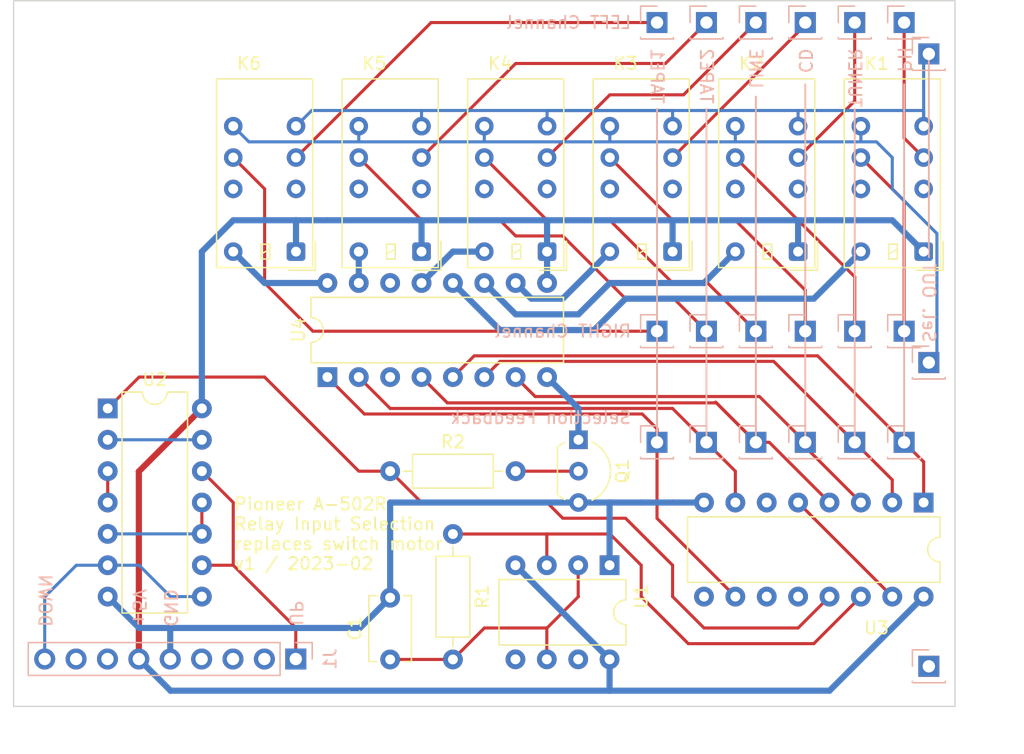
<source format=kicad_pcb>
(kicad_pcb (version 20211014) (generator pcbnew)
  (title_block (title "A-502R input selection") (date "2023-02-22") (rev "v0.1"))
  (layers (0 "F.Cu" signal) (31 "B.Cu" signal) (34 "B.Paste" user) (35 "F.Paste" user) (36 "B.SilkS" user "B.Silkscreen") (37 "F.SilkS" user "F.Silkscreen") (38 "B.Mask" user) (39 "F.Mask" user) (44 "Edge.Cuts" user))
  (net 0 "")
  (net 24 "+5V")
  (net 25 "GNDREF")
  (net 26 "Net-(U3-Pad15)")
  (net 27 "Net-(C1-Pad1)")
  (net 28 "Net-(J1-Pad1)")
  (net 29 "Net-(Q1-Pad2)")
  (net 30 "Net-(J1-Pad9)")
  (net 31 "Net-(U2-Pad13)")
  (net 32 "Net-(J2-Pad1)")
  (net 33 "Net-(J3-Pad1)")
  (net 34 "Net-(J9-Pad1)")
  (net 35 "Net-(J4-Pad1)")
  (net 36 "Net-(J16-Pad1)")
  (net 37 "Net-(J5-Pad1)")
  (net 38 "Net-(J6-Pad1)")
  (net 39 "Net-(J7-Pad1)")
  (net 40 "Net-(J8-Pad1)")
  (net 41 "Net-(J10-Pad1)")
  (net 42 "Net-(J11-Pad1)")
  (net 43 "Net-(J12-Pad1)")
  (net 44 "Net-(J14-Pad1)")
  (net 45 "Net-(J15-Pad1)")
  (net 46 "Net-(J21-Pad1)")
  (net 47 "Net-(K1-Pad12)")
  (net 48 "Net-(K2-Pad12)")
  (net 49 "Net-(K3-Pad12)")
  (net 50 "Net-(K4-Pad12)")
  (net 51 "Net-(K5-Pad12)")
  (net 52 "Net-(J13-Pad1)")
  (net 53 "Net-(J17-Pad1)")
  (net 54 "Net-(J18-Pad1)")
  (net 55 "Net-(J19-Pad1)")
  (net 56 "Net-(J20-Pad1)")
  (net 57 "Net-(K6-Pad12)")
  (net 58 "Net-(Q1-Pad1)")
  (net 59 "Net-(R1-Pad1)")
  (net 60 "Net-(R2-Pad1)")
  (net 61 "Net-(U2-Pad3)")
  (net 62 "Net-(U2-Pad10)")
  (footprint "Relay_THT:Relay_DPDT_Kemet_EC2" (layer "F.Cu") (at 124.46 137.16 180)
    (fp_text reference "K1" (at 3.81 15.24) (layer "F.SilkS"))
    (fp_text value "EC2-4.5NU")
    (pad "1" thru_hole roundrect (at 0 0 180) (size 1.5 1.5) (drill 0.8) (layers *.Cu *.Mask) (roundrect_rratio 0.167) (net 24 "+5V"))
    (pad "3" thru_hole circle (at 0 5.08 180) (size 1.5 1.5) (drill 0.8) (layers *.Cu *.Mask))
    (pad "4" thru_hole circle (at 0 7.62 180) (size 1.5 1.5) (drill 0.8) (layers *.Cu *.Mask) (net 56 "Net-(J20-Pad1)"))
    (pad "5" thru_hole circle (at 0 10.16 180) (size 1.5 1.5) (drill 0.8) (layers *.Cu *.Mask) (net 46 "Net-(J21-Pad1)"))
    (pad "8" thru_hole circle (at 5.08 10.16 180) (size 1.5 1.5) (drill 0.8) (layers *.Cu *.Mask) (net 44 "Net-(J14-Pad1)"))
    (pad "9" thru_hole circle (at 5.08 7.62 180) (size 1.5 1.5) (drill 0.8) (layers *.Cu *.Mask) (net 52 "Net-(J13-Pad1)"))
    (pad "10" thru_hole circle (at 5.08 5.08 180) (size 1.5 1.5) (drill 0.8) (layers *.Cu *.Mask))
    (pad "12" thru_hole circle (at 5.08 0 180) (size 1.5 1.5) (drill 0.8) (layers *.Cu *.Mask) (net 47 "Net-(K1-Pad12)"))
  )
  (footprint "Package_DIP:DIP-16_W7.62mm" (layer "F.Cu") (at 124.46 157.48 -90)
    (fp_text reference "U3" (at 10.16 3.81 180) (layer "F.SilkS"))
    (fp_text value "4017")
    (pad "1" thru_hole rect (at 0 0 270) (size 1.6 1.6) (drill 0.8) (layers *.Cu *.Mask) (net 39 "Net-(J7-Pad1)"))
    (pad "2" thru_hole oval (at 0 2.54 270) (size 1.6 1.6) (drill 0.8) (layers *.Cu *.Mask) (net 38 "Net-(J6-Pad1)"))
    (pad "3" thru_hole oval (at 0 5.08 270) (size 1.6 1.6) (drill 0.8) (layers *.Cu *.Mask) (net 37 "Net-(J5-Pad1)"))
    (pad "4" thru_hole oval (at 0 7.62 270) (size 1.6 1.6) (drill 0.8) (layers *.Cu *.Mask) (net 35 "Net-(J4-Pad1)"))
    (pad "5" thru_hole oval (at 0 10.16 270) (size 1.6 1.6) (drill 0.8) (layers *.Cu *.Mask) (net 26 "Net-(U3-Pad15)"))
    (pad "6" thru_hole oval (at 0 12.7 270) (size 1.6 1.6) (drill 0.8) (layers *.Cu *.Mask))
    (pad "7" thru_hole oval (at 0 15.24 270) (size 1.6 1.6) (drill 0.8) (layers *.Cu *.Mask) (net 33 "Net-(J3-Pad1)"))
    (pad "8" thru_hole oval (at 0 17.78 270) (size 1.6 1.6) (drill 0.8) (layers *.Cu *.Mask) (net 25 "GNDREF"))
    (pad "9" thru_hole oval (at 7.62 17.78 270) (size 1.6 1.6) (drill 0.8) (layers *.Cu *.Mask))
    (pad "10" thru_hole oval (at 7.62 15.24 270) (size 1.6 1.6) (drill 0.8) (layers *.Cu *.Mask) (net 32 "Net-(J2-Pad1)"))
    (pad "11" thru_hole oval (at 7.62 12.7 270) (size 1.6 1.6) (drill 0.8) (layers *.Cu *.Mask))
    (pad "12" thru_hole oval (at 7.62 10.16 270) (size 1.6 1.6) (drill 0.8) (layers *.Cu *.Mask))
    (pad "13" thru_hole oval (at 7.62 7.62 270) (size 1.6 1.6) (drill 0.8) (layers *.Cu *.Mask) (net 60 "Net-(R2-Pad1)"))
    (pad "14" thru_hole oval (at 7.62 5.08 270) (size 1.6 1.6) (drill 0.8) (layers *.Cu *.Mask) (net 59 "Net-(R1-Pad1)"))
    (pad "15" thru_hole oval (at 7.62 2.54 270) (size 1.6 1.6) (drill 0.8) (layers *.Cu *.Mask) (net 26 "Net-(U3-Pad15)"))
    (pad "16" thru_hole oval (at 7.62 0 270) (size 1.6 1.6) (drill 0.8) (layers *.Cu *.Mask) (net 24 "+5V"))
  )
  (footprint "Relay_THT:Relay_DPDT_Kemet_EC2" (layer "F.Cu") (at 83.82 137.16 180)
    (fp_text reference "K5" (at 3.81 15.24) (layer "F.SilkS"))
    (fp_text value "EC2-4.5NU")
    (pad "1" thru_hole roundrect (at 0 0 180) (size 1.5 1.5) (drill 0.8) (layers *.Cu *.Mask) (roundrect_rratio 0.167) (net 24 "+5V"))
    (pad "3" thru_hole circle (at 0 5.08 180) (size 1.5 1.5) (drill 0.8) (layers *.Cu *.Mask))
    (pad "4" thru_hole circle (at 0 7.62 180) (size 1.5 1.5) (drill 0.8) (layers *.Cu *.Mask) (net 36 "Net-(J16-Pad1)"))
    (pad "5" thru_hole circle (at 0 10.16 180) (size 1.5 1.5) (drill 0.8) (layers *.Cu *.Mask) (net 46 "Net-(J21-Pad1)"))
    (pad "8" thru_hole circle (at 5.08 10.16 180) (size 1.5 1.5) (drill 0.8) (layers *.Cu *.Mask) (net 44 "Net-(J14-Pad1)"))
    (pad "9" thru_hole circle (at 5.08 7.62 180) (size 1.5 1.5) (drill 0.8) (layers *.Cu *.Mask) (net 34 "Net-(J9-Pad1)"))
    (pad "10" thru_hole circle (at 5.08 5.08 180) (size 1.5 1.5) (drill 0.8) (layers *.Cu *.Mask))
    (pad "12" thru_hole circle (at 5.08 0 180) (size 1.5 1.5) (drill 0.8) (layers *.Cu *.Mask) (net 51 "Net-(K5-Pad12)"))
  )
  (footprint "Package_DIP:DIP-8_W7.62mm" (layer "F.Cu") (at 99.04 162.56 -90)
    (fp_text reference "U1" (at 2.53 -2.55 90) (layer "F.SilkS"))
    (fp_text value "SA555P")
    (pad "1" thru_hole rect (at 0 0 270) (size 1.6 1.6) (drill 0.8) (layers *.Cu *.Mask) (net 25 "GNDREF"))
    (pad "2" thru_hole oval (at 0 2.54 270) (size 1.6 1.6) (drill 0.8) (layers *.Cu *.Mask) (net 27 "Net-(C1-Pad1)"))
    (pad "3" thru_hole oval (at 0 5.08 270) (size 1.6 1.6) (drill 0.8) (layers *.Cu *.Mask) (net 59 "Net-(R1-Pad1)"))
    (pad "4" thru_hole oval (at 0 7.62 270) (size 1.6 1.6) (drill 0.8) (layers *.Cu *.Mask) (net 24 "+5V"))
    (pad "5" thru_hole oval (at 7.62 7.62 270) (size 1.6 1.6) (drill 0.8) (layers *.Cu *.Mask))
    (pad "6" thru_hole oval (at 7.62 5.08 270) (size 1.6 1.6) (drill 0.8) (layers *.Cu *.Mask) (net 27 "Net-(C1-Pad1)"))
    (pad "7" thru_hole oval (at 7.62 2.54 270) (size 1.6 1.6) (drill 0.8) (layers *.Cu *.Mask))
    (pad "8" thru_hole oval (at 7.62 0 270) (size 1.6 1.6) (drill 0.8) (layers *.Cu *.Mask) (net 24 "+5V"))
  )
  (footprint "Package_TO_SOT_THT:TO-92L_Inline_Wide" (layer "F.Cu") (at 96.52 152.4 -90)
    (fp_text reference "Q1" (at 2.54 -3.56 90) (layer "F.SilkS"))
    (fp_text value "BC547")
    (pad "1" thru_hole rect (at 0 0 270) (size 1.5 1.5) (drill 0.8) (layers *.Cu *.Mask) (net 58 "Net-(Q1-Pad1)"))
    (pad "2" thru_hole circle (at 2.54 0 270) (size 1.5 1.5) (drill 0.8) (layers *.Cu *.Mask) (net 29 "Net-(Q1-Pad2)"))
    (pad "3" thru_hole circle (at 5.08 0 270) (size 1.5 1.5) (drill 0.8) (layers *.Cu *.Mask) (net 25 "GNDREF"))
  )
  (footprint "Relay_THT:Relay_DPDT_Kemet_EC2" (layer "F.Cu") (at 93.98 137.16 180)
    (fp_text reference "K4" (at 3.81 15.24) (layer "F.SilkS"))
    (fp_text value "EC2-4.5NU")
    (pad "1" thru_hole roundrect (at 0 0 180) (size 1.5 1.5) (drill 0.8) (layers *.Cu *.Mask) (roundrect_rratio 0.167) (net 24 "+5V"))
    (pad "3" thru_hole circle (at 0 5.08 180) (size 1.5 1.5) (drill 0.8) (layers *.Cu *.Mask))
    (pad "4" thru_hole circle (at 0 7.62 180) (size 1.5 1.5) (drill 0.8) (layers *.Cu *.Mask) (net 53 "Net-(J17-Pad1)"))
    (pad "5" thru_hole circle (at 0 10.16 180) (size 1.5 1.5) (drill 0.8) (layers *.Cu *.Mask) (net 46 "Net-(J21-Pad1)"))
    (pad "8" thru_hole circle (at 5.08 10.16 180) (size 1.5 1.5) (drill 0.8) (layers *.Cu *.Mask) (net 44 "Net-(J14-Pad1)"))
    (pad "9" thru_hole circle (at 5.08 7.62 180) (size 1.5 1.5) (drill 0.8) (layers *.Cu *.Mask) (net 41 "Net-(J10-Pad1)"))
    (pad "10" thru_hole circle (at 5.08 5.08 180) (size 1.5 1.5) (drill 0.8) (layers *.Cu *.Mask))
    (pad "12" thru_hole circle (at 5.08 0 180) (size 1.5 1.5) (drill 0.8) (layers *.Cu *.Mask) (net 50 "Net-(K4-Pad12)"))
  )
  (footprint "Package_DIP:DIP-14_W7.62mm" (layer "F.Cu") (at 58.42 149.86)
    (fp_text reference "U2" (at 3.81 -2.33) (layer "F.SilkS"))
    (fp_text value "74HC02")
    (pad "1" thru_hole rect (at 0 0) (size 1.6 1.6) (drill 0.8) (layers *.Cu *.Mask) (net 60 "Net-(R2-Pad1)"))
    (pad "2" thru_hole oval (at 0 2.54) (size 1.6 1.6) (drill 0.8) (layers *.Cu *.Mask) (net 31 "Net-(U2-Pad13)"))
    (pad "3" thru_hole oval (at 0 5.08) (size 1.6 1.6) (drill 0.8) (layers *.Cu *.Mask) (net 61 "Net-(U2-Pad3)"))
    (pad "4" thru_hole oval (at 0 7.62) (size 1.6 1.6) (drill 0.8) (layers *.Cu *.Mask) (net 61 "Net-(U2-Pad3)"))
    (pad "5" thru_hole oval (at 0 10.16) (size 1.6 1.6) (drill 0.8) (layers *.Cu *.Mask) (net 62 "Net-(U2-Pad10)"))
    (pad "6" thru_hole oval (at 0 12.7) (size 1.6 1.6) (drill 0.8) (layers *.Cu *.Mask) (net 30 "Net-(J1-Pad9)"))
    (pad "7" thru_hole oval (at 0 15.24) (size 1.6 1.6) (drill 0.8) (layers *.Cu *.Mask) (net 25 "GNDREF"))
    (pad "8" thru_hole oval (at 7.62 15.24) (size 1.6 1.6) (drill 0.8) (layers *.Cu *.Mask) (net 30 "Net-(J1-Pad9)"))
    (pad "9" thru_hole oval (at 7.62 12.7) (size 1.6 1.6) (drill 0.8) (layers *.Cu *.Mask) (net 28 "Net-(J1-Pad1)"))
    (pad "10" thru_hole oval (at 7.62 10.16) (size 1.6 1.6) (drill 0.8) (layers *.Cu *.Mask) (net 62 "Net-(U2-Pad10)"))
    (pad "11" thru_hole oval (at 7.62 7.62) (size 1.6 1.6) (drill 0.8) (layers *.Cu *.Mask) (net 62 "Net-(U2-Pad10)"))
    (pad "12" thru_hole oval (at 7.62 5.08) (size 1.6 1.6) (drill 0.8) (layers *.Cu *.Mask) (net 28 "Net-(J1-Pad1)"))
    (pad "13" thru_hole oval (at 7.62 2.54) (size 1.6 1.6) (drill 0.8) (layers *.Cu *.Mask) (net 31 "Net-(U2-Pad13)"))
    (pad "14" thru_hole oval (at 7.62 0) (size 1.6 1.6) (drill 0.8) (layers *.Cu *.Mask) (net 24 "+5V"))
  )
  (footprint "Package_DIP:DIP-16_W7.62mm" (layer "F.Cu") (at 76.2 147.32 90)
    (fp_text reference "U4" (at 3.81 -2.33 90) (layer "F.SilkS"))
    (fp_text value "ULN2004A")
    (pad "1" thru_hole rect (at 0 0 90) (size 1.6 1.6) (drill 0.8) (layers *.Cu *.Mask) (net 32 "Net-(J2-Pad1)"))
    (pad "2" thru_hole oval (at 0 2.54 90) (size 1.6 1.6) (drill 0.8) (layers *.Cu *.Mask) (net 33 "Net-(J3-Pad1)"))
    (pad "3" thru_hole oval (at 0 5.08 90) (size 1.6 1.6) (drill 0.8) (layers *.Cu *.Mask))
    (pad "4" thru_hole oval (at 0 7.62 90) (size 1.6 1.6) (drill 0.8) (layers *.Cu *.Mask) (net 35 "Net-(J4-Pad1)"))
    (pad "5" thru_hole oval (at 0 10.16 90) (size 1.6 1.6) (drill 0.8) (layers *.Cu *.Mask) (net 39 "Net-(J7-Pad1)"))
    (pad "6" thru_hole oval (at 0 12.7 90) (size 1.6 1.6) (drill 0.8) (layers *.Cu *.Mask) (net 38 "Net-(J6-Pad1)"))
    (pad "7" thru_hole oval (at 0 15.24 90) (size 1.6 1.6) (drill 0.8) (layers *.Cu *.Mask) (net 37 "Net-(J5-Pad1)"))
    (pad "8" thru_hole oval (at 0 17.78 90) (size 1.6 1.6) (drill 0.8) (layers *.Cu *.Mask) (net 58 "Net-(Q1-Pad1)"))
    (pad "9" thru_hole oval (at 7.62 17.78 90) (size 1.6 1.6) (drill 0.8) (layers *.Cu *.Mask) (net 24 "+5V"))
    (pad "10" thru_hole oval (at 7.62 15.24 90) (size 1.6 1.6) (drill 0.8) (layers *.Cu *.Mask) (net 49 "Net-(K3-Pad12)"))
    (pad "11" thru_hole oval (at 7.62 12.7 90) (size 1.6 1.6) (drill 0.8) (layers *.Cu *.Mask) (net 48 "Net-(K2-Pad12)"))
    (pad "12" thru_hole oval (at 7.62 10.16 90) (size 1.6 1.6) (drill 0.8) (layers *.Cu *.Mask) (net 47 "Net-(K1-Pad12)"))
    (pad "13" thru_hole oval (at 7.62 7.62 90) (size 1.6 1.6) (drill 0.8) (layers *.Cu *.Mask) (net 50 "Net-(K4-Pad12)"))
    (pad "14" thru_hole oval (at 7.62 5.08 90) (size 1.6 1.6) (drill 0.8) (layers *.Cu *.Mask))
    (pad "15" thru_hole oval (at 7.62 2.54 90) (size 1.6 1.6) (drill 0.8) (layers *.Cu *.Mask) (net 51 "Net-(K5-Pad12)"))
    (pad "16" thru_hole oval (at 7.62 0 90) (size 1.6 1.6) (drill 0.8) (layers *.Cu *.Mask) (net 57 "Net-(K6-Pad12)"))
  )
  (footprint "Relay_THT:Relay_DPDT_Kemet_EC2" (layer "F.Cu") (at 114.2975 137.16 180)
    (fp_text reference "K2" (at 3.81 15.24) (layer "F.SilkS"))
    (fp_text value "EC2-4.5NU")
    (pad "1" thru_hole roundrect (at 0 0 180) (size 1.5 1.5) (drill 0.8) (layers *.Cu *.Mask) (roundrect_rratio 0.167) (net 24 "+5V"))
    (pad "3" thru_hole circle (at 0 5.08 180) (size 1.5 1.5) (drill 0.8) (layers *.Cu *.Mask))
    (pad "4" thru_hole circle (at 0 7.62 180) (size 1.5 1.5) (drill 0.8) (layers *.Cu *.Mask) (net 55 "Net-(J19-Pad1)"))
    (pad "5" thru_hole circle (at 0 10.16 180) (size 1.5 1.5) (drill 0.8) (layers *.Cu *.Mask) (net 46 "Net-(J21-Pad1)"))
    (pad "8" thru_hole circle (at 5.08 10.16 180) (size 1.5 1.5) (drill 0.8) (layers *.Cu *.Mask) (net 44 "Net-(J14-Pad1)"))
    (pad "9" thru_hole circle (at 5.08 7.62 180) (size 1.5 1.5) (drill 0.8) (layers *.Cu *.Mask) (net 43 "Net-(J12-Pad1)"))
    (pad "10" thru_hole circle (at 5.08 5.08 180) (size 1.5 1.5) (drill 0.8) (layers *.Cu *.Mask))
    (pad "12" thru_hole circle (at 5.08 0 180) (size 1.5 1.5) (drill 0.8) (layers *.Cu *.Mask) (net 48 "Net-(K2-Pad12)"))
  )
  (footprint "Resistor_THT:R_Axial_DIN0207_L6.3mm_D2.5mm_P10.16mm_Horizontal" (layer "F.Cu") (at 86.36 160.03 -90)
    (fp_text reference "R1" (at 5.08 -2.37 90) (layer "F.SilkS"))
    (fp_text value "100k")
    (pad "1" thru_hole circle (at 0 0 270) (size 1.6 1.6) (drill 0.8) (layers *.Cu *.Mask) (net 59 "Net-(R1-Pad1)"))
    (pad "2" thru_hole oval (at 10.16 0 270) (size 1.6 1.6) (drill 0.8) (layers *.Cu *.Mask) (net 27 "Net-(C1-Pad1)"))
  )
  (footprint "Capacitor_THT:C_Disc_D5.1mm_W3.2mm_P5.00mm" (layer "F.Cu") (at 81.28 170.19 90)
    (fp_text reference "C1" (at 2.5 -2.85 90) (layer "F.SilkS"))
    (fp_text value "100n")
    (pad "1" thru_hole circle (at 0 0 90) (size 1.6 1.6) (drill 0.8) (layers *.Cu *.Mask) (net 27 "Net-(C1-Pad1)"))
    (pad "2" thru_hole circle (at 5 0 90) (size 1.6 1.6) (drill 0.8) (layers *.Cu *.Mask) (net 25 "GNDREF"))
  )
  (footprint "Relay_THT:Relay_DPDT_Kemet_EC2" (layer "F.Cu") (at 104.14 137.16 180)
    (fp_text reference "K3" (at 3.81 15.24) (layer "F.SilkS"))
    (fp_text value "EC2-4.5NU")
    (pad "1" thru_hole roundrect (at 0 0 180) (size 1.5 1.5) (drill 0.8) (layers *.Cu *.Mask) (roundrect_rratio 0.167) (net 24 "+5V"))
    (pad "3" thru_hole circle (at 0 5.08 180) (size 1.5 1.5) (drill 0.8) (layers *.Cu *.Mask))
    (pad "4" thru_hole circle (at 0 7.62 180) (size 1.5 1.5) (drill 0.8) (layers *.Cu *.Mask) (net 54 "Net-(J18-Pad1)"))
    (pad "5" thru_hole circle (at 0 10.16 180) (size 1.5 1.5) (drill 0.8) (layers *.Cu *.Mask) (net 46 "Net-(J21-Pad1)"))
    (pad "8" thru_hole circle (at 5.08 10.16 180) (size 1.5 1.5) (drill 0.8) (layers *.Cu *.Mask) (net 44 "Net-(J14-Pad1)"))
    (pad "9" thru_hole circle (at 5.08 7.62 180) (size 1.5 1.5) (drill 0.8) (layers *.Cu *.Mask) (net 42 "Net-(J11-Pad1)"))
    (pad "10" thru_hole circle (at 5.08 5.08 180) (size 1.5 1.5) (drill 0.8) (layers *.Cu *.Mask))
    (pad "12" thru_hole circle (at 5.08 0 180) (size 1.5 1.5) (drill 0.8) (layers *.Cu *.Mask) (net 49 "Net-(K3-Pad12)"))
  )
  (footprint "Resistor_THT:R_Axial_DIN0207_L6.3mm_D2.5mm_P10.16mm_Horizontal" (layer "F.Cu") (at 81.28 154.94)
    (fp_text reference "R2" (at 5.08 -2.37) (layer "F.SilkS"))
    (fp_text value "2.2k")
    (pad "1" thru_hole circle (at 0 0) (size 1.6 1.6) (drill 0.8) (layers *.Cu *.Mask) (net 60 "Net-(R2-Pad1)"))
    (pad "2" thru_hole oval (at 10.16 0) (size 1.6 1.6) (drill 0.8) (layers *.Cu *.Mask) (net 29 "Net-(Q1-Pad2)"))
  )
  (footprint "Relay_THT:Relay_DPDT_Kemet_EC2" (layer "F.Cu") (at 73.66 137.16 180)
    (fp_text reference "K6" (at 3.81 15.24) (layer "F.SilkS"))
    (fp_text value "EC2-4.5NU")
    (pad "1" thru_hole roundrect (at 0 0 180) (size 1.5 1.5) (drill 0.8) (layers *.Cu *.Mask) (roundrect_rratio 0.167) (net 24 "+5V"))
    (pad "3" thru_hole circle (at 0 5.08 180) (size 1.5 1.5) (drill 0.8) (layers *.Cu *.Mask))
    (pad "4" thru_hole circle (at 0 7.62 180) (size 1.5 1.5) (drill 0.8) (layers *.Cu *.Mask) (net 45 "Net-(J15-Pad1)"))
    (pad "5" thru_hole circle (at 0 10.16 180) (size 1.5 1.5) (drill 0.8) (layers *.Cu *.Mask) (net 46 "Net-(J21-Pad1)"))
    (pad "8" thru_hole circle (at 5.08 10.16 180) (size 1.5 1.5) (drill 0.8) (layers *.Cu *.Mask) (net 44 "Net-(J14-Pad1)"))
    (pad "9" thru_hole circle (at 5.08 7.62 180) (size 1.5 1.5) (drill 0.8) (layers *.Cu *.Mask) (net 40 "Net-(J8-Pad1)"))
    (pad "10" thru_hole circle (at 5.08 5.08 180) (size 1.5 1.5) (drill 0.8) (layers *.Cu *.Mask))
    (pad "12" thru_hole circle (at 5.08 0 180) (size 1.5 1.5) (drill 0.8) (layers *.Cu *.Mask) (net 57 "Net-(K6-Pad12)"))
  )
  (footprint "Connector_PinSocket_2.54mm:PinSocket_1x01_P2.54mm_Vertical" (layer "B.Cu") (at 124.88 170.745 180)
    (fp_text reference "J22" hide)
    (fp_text value "Conn_01x01_Female")
    (pad "1" thru_hole rect (at 0 0 180) (size 1.7 1.7) (drill 1) (layers *.Cu *.Mask))
  )
  (footprint "Connector_PinSocket_2.54mm:PinSocket_1x01_P2.54mm_Vertical" (layer "B.Cu") (at 114.88 118.605 180)
    (fp_text reference "J18" hide)
    (fp_text value "Conn_01x01_Female")
    (pad "1" thru_hole rect (at 0 0 180) (size 1.7 1.7) (drill 1) (layers *.Cu *.Mask) (net 54 "Net-(J18-Pad1)"))
  )
  (footprint "Connector_PinSocket_2.54mm:PinSocket_1x01_P2.54mm_Vertical" (layer "B.Cu") (at 106.88 118.605 180)
    (fp_text reference "J16" hide)
    (fp_text value "Conn_01x01_Female")
    (pad "1" thru_hole rect (at 0 0 180) (size 1.7 1.7) (drill 1) (layers *.Cu *.Mask) (net 36 "Net-(J16-Pad1)"))
  )
  (footprint "Connector_PinSocket_2.54mm:PinSocket_1x01_P2.54mm_Vertical" (layer "B.Cu") (at 122.88 143.605 180)
    (fp_text reference "J13" hide)
    (fp_text value "Conn_01x01_Female")
    (pad "1" thru_hole rect (at 0 0 180) (size 1.7 1.7) (drill 1) (layers *.Cu *.Mask) (net 52 "Net-(J13-Pad1)"))
  )
  (footprint "Connector_PinSocket_2.54mm:PinSocket_1x01_P2.54mm_Vertical" (layer "B.Cu") (at 124.88 146.145 180)
    (fp_text reference "J14" hide)
    (fp_text value "Conn_01x01_Female")
    (pad "1" thru_hole rect (at 0 0 180) (size 1.7 1.7) (drill 1) (layers *.Cu *.Mask) (net 44 "Net-(J14-Pad1)"))
  )
  (footprint "Connector_PinSocket_2.54mm:PinSocket_1x01_P2.54mm_Vertical" (layer "B.Cu") (at 118.88 143.605 180)
    (fp_text reference "J12" hide)
    (fp_text value "Conn_01x01_Female")
    (pad "1" thru_hole rect (at 0 0 180) (size 1.7 1.7) (drill 1) (layers *.Cu *.Mask) (net 43 "Net-(J12-Pad1)"))
  )
  (footprint "Connector_PinSocket_2.54mm:PinSocket_1x01_P2.54mm_Vertical" (layer "B.Cu") (at 110.88 143.605 180)
    (fp_text reference "J10" hide)
    (fp_text value "Conn_01x01_Female")
    (pad "1" thru_hole rect (at 0 0 180) (size 1.7 1.7) (drill 1) (layers *.Cu *.Mask) (net 41 "Net-(J10-Pad1)"))
  )
  (footprint "Connector_PinSocket_2.54mm:PinSocket_1x01_P2.54mm_Vertical" (layer "B.Cu") (at 124.88 121.145 180)
    (fp_text reference "J21" hide)
    (fp_text value "Conn_01x01_Female")
    (pad "1" thru_hole rect (at 0 0 180) (size 1.7 1.7) (drill 1) (layers *.Cu *.Mask) (net 46 "Net-(J21-Pad1)"))
  )
  (footprint "Connector_PinSocket_2.54mm:PinSocket_1x01_P2.54mm_Vertical" (layer "B.Cu") (at 114.88 143.605 180)
    (fp_text reference "J11" hide)
    (fp_text value "Conn_01x01_Female")
    (pad "1" thru_hole rect (at 0 0 180) (size 1.7 1.7) (drill 1) (layers *.Cu *.Mask) (net 42 "Net-(J11-Pad1)"))
  )
  (footprint "Connector_PinSocket_2.54mm:PinSocket_1x01_P2.54mm_Vertical" (layer "B.Cu") (at 106.88 143.605 180)
    (fp_text reference "J9" hide)
    (fp_text value "Conn_01x01_Female")
    (pad "1" thru_hole rect (at 0 0 180) (size 1.7 1.7) (drill 1) (layers *.Cu *.Mask) (net 34 "Net-(J9-Pad1)"))
  )
  (footprint "Connector_PinSocket_2.54mm:PinSocket_1x01_P2.54mm_Vertical" (layer "B.Cu") (at 110.88 152.605 180)
    (fp_text reference "J4" hide)
    (fp_text value "Conn_01x01_Female")
    (pad "1" thru_hole rect (at 0 0 180) (size 1.7 1.7) (drill 1) (layers *.Cu *.Mask) (net 35 "Net-(J4-Pad1)"))
  )
  (footprint "Connector_PinSocket_2.54mm:PinSocket_1x01_P2.54mm_Vertical" (layer "B.Cu") (at 110.88 118.605 180)
    (fp_text reference "J17" hide)
    (fp_text value "Conn_01x01_Female")
    (pad "1" thru_hole rect (at 0 0 180) (size 1.7 1.7) (drill 1) (layers *.Cu *.Mask) (net 53 "Net-(J17-Pad1)"))
  )
  (footprint "Connector_PinSocket_2.54mm:PinSocket_1x01_P2.54mm_Vertical" (layer "B.Cu") (at 102.88 143.605 180)
    (fp_text reference "J8" hide)
    (fp_text value "Conn_01x01_Female")
    (pad "1" thru_hole rect (at 0 0 180) (size 1.7 1.7) (drill 1) (layers *.Cu *.Mask) (net 40 "Net-(J8-Pad1)"))
  )
  (footprint "Connector_PinSocket_2.54mm:PinSocket_1x01_P2.54mm_Vertical" (layer "B.Cu") (at 118.88 118.605 180)
    (fp_text reference "J19" hide)
    (fp_text value "Conn_01x01_Female")
    (pad "1" thru_hole rect (at 0 0 180) (size 1.7 1.7) (drill 1) (layers *.Cu *.Mask) (net 55 "Net-(J19-Pad1)"))
  )
  (footprint "Connector_PinSocket_2.54mm:PinSocket_1x01_P2.54mm_Vertical" (layer "B.Cu") (at 122.88 152.605 180)
    (fp_text reference "J7" hide)
    (fp_text value "Conn_01x01_Female")
    (pad "1" thru_hole rect (at 0 0 180) (size 1.7 1.7) (drill 1) (layers *.Cu *.Mask) (net 39 "Net-(J7-Pad1)"))
  )
  (footprint "Connector_PinSocket_2.54mm:PinSocket_1x01_P2.54mm_Vertical" (layer "B.Cu") (at 102.88 152.605 180)
    (fp_text reference "J2" hide)
    (fp_text value "Conn_01x01_Female")
    (pad "1" thru_hole rect (at 0 0 180) (size 1.7 1.7) (drill 1) (layers *.Cu *.Mask) (net 32 "Net-(J2-Pad1)"))
  )
  (footprint "Connector_PinSocket_2.54mm:PinSocket_1x01_P2.54mm_Vertical" (layer "B.Cu") (at 102.88 118.605 180)
    (fp_text reference "J15" hide)
    (fp_text value "Conn_01x01_Female")
    (pad "1" thru_hole rect (at 0 0 180) (size 1.7 1.7) (drill 1) (layers *.Cu *.Mask) (net 45 "Net-(J15-Pad1)"))
  )
  (footprint "Connector_PinSocket_2.54mm:PinSocket_1x09_P2.54mm_Vertical" (layer "B.Cu") (at 73.64 170.155 90)
    (fp_text reference "J1" (at 0 2.77 90) (layer "B.SilkS") (effects (justify mirror)))
    (fp_text value "Conn_01x09_Female")
    (pad "1" thru_hole rect (at 0 0 90) (size 1.7 1.7) (drill 1) (layers *.Cu *.Mask) (net 28 "Net-(J1-Pad1)"))
    (pad "2" thru_hole oval (at 0 -2.54 90) (size 1.7 1.7) (drill 1) (layers *.Cu *.Mask))
    (pad "3" thru_hole oval (at 0 -5.08 90) (size 1.7 1.7) (drill 1) (layers *.Cu *.Mask))
    (pad "4" thru_hole oval (at 0 -7.62 90) (size 1.7 1.7) (drill 1) (layers *.Cu *.Mask))
    (pad "5" thru_hole oval (at 0 -10.16 90) (size 1.7 1.7) (drill 1) (layers *.Cu *.Mask) (net 25 "GNDREF"))
    (pad "6" thru_hole oval (at 0 -12.7 90) (size 1.7 1.7) (drill 1) (layers *.Cu *.Mask) (net 24 "+5V"))
    (pad "7" thru_hole oval (at 0 -15.24 90) (size 1.7 1.7) (drill 1) (layers *.Cu *.Mask))
    (pad "8" thru_hole oval (at 0 -17.78 90) (size 1.7 1.7) (drill 1) (layers *.Cu *.Mask))
    (pad "9" thru_hole oval (at 0 -20.32 90) (size 1.7 1.7) (drill 1) (layers *.Cu *.Mask) (net 30 "Net-(J1-Pad9)"))
  )
  (footprint "Connector_PinSocket_2.54mm:PinSocket_1x01_P2.54mm_Vertical" (layer "B.Cu") (at 118.88 152.605 180)
    (fp_text reference "J6" hide)
    (fp_text value "Conn_01x01_Female")
    (pad "1" thru_hole rect (at 0 0 180) (size 1.7 1.7) (drill 1) (layers *.Cu *.Mask) (net 38 "Net-(J6-Pad1)"))
  )
  (footprint "Connector_PinSocket_2.54mm:PinSocket_1x01_P2.54mm_Vertical" (layer "B.Cu") (at 106.88 152.605 180)
    (fp_text reference "J3" hide)
    (fp_text value "Conn_01x01_Female")
    (pad "1" thru_hole rect (at 0 0 180) (size 1.7 1.7) (drill 1) (layers *.Cu *.Mask) (net 33 "Net-(J3-Pad1)"))
  )
  (footprint "Connector_PinSocket_2.54mm:PinSocket_1x01_P2.54mm_Vertical" (layer "B.Cu") (at 122.88 118.605 180)
    (fp_text reference "J20" hide)
    (fp_text value "Conn_01x01_Female")
    (pad "1" thru_hole rect (at 0 0 180) (size 1.7 1.7) (drill 1) (layers *.Cu *.Mask) (net 56 "Net-(J20-Pad1)"))
  )
  (footprint "Connector_PinSocket_2.54mm:PinSocket_1x01_P2.54mm_Vertical" (layer "B.Cu") (at 114.88 152.605 180)
    (fp_text reference "J5" hide)
    (fp_text value "Conn_01x01_Female")
    (pad "1" thru_hole rect (at 0 0 180) (size 1.7 1.7) (drill 1) (layers *.Cu *.Mask) (net 37 "Net-(J5-Pad1)"))
  )
  (gr_line (start 106.88 143.605) (end 106.88 125.605) (layer "B.SilkS") (width 0.15))
  (gr_line (start 124.88 121.145) (end 124.88 137.605) (layer "B.SilkS") (width 0.15))
  (gr_line (start 122.88 143.605) (end 122.88 123.605) (layer "B.SilkS") (width 0.15))
  (gr_line (start 114.88 152.605) (end 114.88 143.605) (layer "B.SilkS") (width 0.15))
  (gr_line (start 110.88 152.605) (end 110.88 143.605) (layer "B.SilkS") (width 0.15))
  (gr_line (start 110.88 143.605) (end 110.88 124.605) (layer "B.SilkS") (width 0.15))
  (gr_line (start 106.88 152.605) (end 106.88 143.605) (layer "B.SilkS") (width 0.15))
  (gr_line (start 118.88 152.605) (end 118.88 143.605) (layer "B.SilkS") (width 0.15))
  (gr_line (start 118.88 143.605) (end 118.88 125.605) (layer "B.SilkS") (width 0.15))
  (gr_line (start 114.88 143.605) (end 114.88 123.605) (layer "B.SilkS") (width 0.15))
  (gr_line (start 102.88 152.605) (end 102.88 143.605) (layer "B.SilkS") (width 0.15))
  (gr_line (start 102.88 143.605) (end 102.88 125.605) (layer "B.SilkS") (width 0.15))
  (gr_line (start 122.88 152.605) (end 122.88 143.605) (layer "B.SilkS") (width 0.15))
  (gr_rect (start 50.8 173.99) (end 127 116.84) (layer "Edge.Cuts") (width 0.1) (fill none))
  (gr_text "RIGHT Channel" (at 100.88 143.605) (layer "B.SilkS") (effects (font (size 1 1)) (justify left mirror)))
  (gr_text "Sel. OUT" (at 124.88 144.605 270) (layer "B.SilkS") (effects (font (size 1 1)) (justify left mirror)))
  (gr_text "PH" (at 122.88 120.48 270) (layer "B.SilkS") (effects (font (size 1 1)) (justify right mirror)))
  (gr_text "DOWN" (at 53.34 167.64 270) (layer "B.SilkS") (effects (font (size 1 1)) (justify left mirror)))
  (gr_text "CD" (at 114.88 120.605 270) (layer "B.SilkS") (effects (font (size 1 1)) (justify right mirror)))
  (gr_text "TAPE2" (at 106.88 120.605 270) (layer "B.SilkS") (effects (font (size 1 1)) (justify right mirror)))
  (gr_text "TUNER" (at 118.88 120.605 270) (layer "B.SilkS") (effects (font (size 1 1)) (justify right mirror)))
  (gr_text "GND" (at 63.5 167.64 270) (layer "B.SilkS") (effects (font (size 1 1)) (justify left mirror)))
  (gr_text "LINE" (at 110.88 120.605 270) (layer "B.SilkS") (effects (font (size 1 1)) (justify right mirror)))
  (gr_text "TAPE1" (at 102.88 120.605 270) (layer "B.SilkS") (effects (font (size 1 1)) (justify right mirror)))
  (gr_text "LEFT Channel" (at 100.88 118.605) (layer "B.SilkS") (effects (font (size 1 1)) (justify left mirror)))
  (gr_text "Selection Feedback" (at 100.88 150.605) (layer "B.SilkS") (effects (font (size 1 1)) (justify left mirror)))
  (gr_text "+5V" (at 60.96 167.64 270) (layer "B.SilkS") (effects (font (size 1 1)) (justify left mirror)))
  (gr_text "UP" (at 73.64 167.555 270) (layer "B.SilkS") (effects (font (size 1 1)) (justify left mirror)))
  (gr_text "Pioneer A-502R\nRelay Input Selection\nreplaces switch motor\nv1 / 2023-02" (at 68.58 160.02) (layer "F.SilkS") (effects (font (size 1 1)) (justify left)))
  (segment (start 60.94 154.96) (end 66.04 149.86) (width 0.5) (layer "F.Cu") (net 24))
  (segment (start 60.94 170.155) (end 60.94 154.96) (width 0.5) (layer "F.Cu") (net 24))
  (segment (start 66.04 137.16) (end 68.58 134.62) (width 0.5) (layer "B.Cu") (net 24))
  (segment (start 93.98 137.16) (end 93.98 134.62) (width 0.5) (layer "B.Cu") (net 24))
  (segment (start 76.2 134.62) (end 121.92 134.62) (width 0.5) (layer "B.Cu") (net 24))
  (segment (start 66.04 149.86) (end 66.04 137.16) (width 0.5) (layer "B.Cu") (net 24))
  (segment (start 73.66 134.62) (end 73.66 137.16) (width 0.5) (layer "B.Cu") (net 24))
  (segment (start 83.82 137.16) (end 83.82 134.62) (width 0.5) (layer "B.Cu") (net 24))
  (segment (start 99.02 172.72) (end 63.5 172.72) (width 0.5) (layer "B.Cu") (net 24))
  (segment (start 99.06 172.72) (end 99.04 172.7) (width 0.5) (layer "B.Cu") (net 24))
  (segment (start 124.46 165.1) (end 116.84 172.72) (width 0.5) (layer "B.Cu") (net 24))
  (segment (start 116.84 172.72) (end 99.06 172.72) (width 0.5) (layer "B.Cu") (net 24))
  (segment (start 104.14 137.16) (end 104.14 134.62) (width 0.5) (layer "B.Cu") (net 24))
  (segment (start 121.92 134.62) (end 124.46 137.16) (width 0.5) (layer "B.Cu") (net 24))
  (segment (start 114.3 134.62) (end 114.2975 134.6225) (width 0.5) (layer "B.Cu") (net 24))
  (segment (start 63.5 172.72) (end 63.5 172.715) (width 0.5) (layer "B.Cu") (net 24))
  (segment (start 91.42 162.56) (end 99.04 170.18) (width 0.5) (layer "B.Cu") (net 24))
  (segment (start 68.58 134.62) (end 73.66 134.62) (width 0.5) (layer "B.Cu") (net 24))
  (segment (start 114.2975 137.16) (end 114.2975 134.6225) (width 0.5) (layer "B.Cu") (net 24))
  (segment (start 76.2 134.62) (end 73.66 134.62) (width 0.5) (layer "B.Cu") (net 24))
  (segment (start 99.04 172.7) (end 99.02 172.72) (width 0.5) (layer "B.Cu") (net 24))
  (segment (start 99.04 172.7) (end 99.04 170.18) (width 0.5) (layer "B.Cu") (net 24))
  (segment (start 63.5 172.715) (end 60.94 170.155) (width 0.5) (layer "B.Cu") (net 24))
  (segment (start 93.98 139.7) (end 93.98 137.16) (width 0.5) (layer "B.Cu") (net 24))
  (segment (start 58.42 165.1) (end 60.96 167.64) (width 0.5) (layer "B.Cu") (net 25))
  (segment (start 101.6 157.48) (end 99.06 157.48) (width 0.5) (layer "B.Cu") (net 25))
  (segment (start 99.06 157.48) (end 96.52 157.48) (width 0.5) (layer "B.Cu") (net 25))
  (segment (start 60.96 167.64) (end 78.83 167.64) (width 0.5) (layer "B.Cu") (net 25))
  (segment (start 81.28 165.19) (end 81.28 157.48) (width 0.5) (layer "B.Cu") (net 25))
  (segment (start 99.04 162.56) (end 99.04 157.5) (width 0.5) (layer "B.Cu") (net 25))
  (segment (start 99.04 157.5) (end 99.06 157.48) (width 0.5) (layer "B.Cu") (net 25))
  (segment (start 81.28 157.48) (end 96.52 157.48) (width 0.5) (layer "B.Cu") (net 25))
  (segment (start 106.68 157.48) (end 104.14 157.48) (width 0.5) (layer "B.Cu") (net 25))
  (segment (start 104.14 157.48) (end 101.6 157.48) (width 0.5) (layer "B.Cu") (net 25))
  (segment (start 78.83 167.64) (end 81.28 165.19) (width 0.5) (layer "B.Cu") (net 25))
  (segment (start 63.48 170.155) (end 63.48 167.66) (width 0.5) (layer "B.Cu") (net 25))
  (segment (start 114.3 157.48) (end 121.92 165.1) (width 0.25) (layer "F.Cu") (net 26))
  (segment (start 88.9 167.65) (end 88.9 167.64) (width 0.25) (layer "F.Cu") (net 27))
  (segment (start 93.98 167.64) (end 96.52 165.1) (width 0.25) (layer "F.Cu") (net 27))
  (segment (start 86.36 170.19) (end 88.9 167.65) (width 0.25) (layer "F.Cu") (net 27))
  (segment (start 93.96 170.18) (end 93.96 167.66) (width 0.25) (layer "F.Cu") (net 27))
  (segment (start 88.9 167.64) (end 93.98 167.64) (width 0.25) (layer "F.Cu") (net 27))
  (segment (start 96.5 165.08) (end 96.5 162.56) (width 0.25) (layer "F.Cu") (net 27))
  (segment (start 96.52 165.1) (end 96.5 165.08) (width 0.25) (layer "F.Cu") (net 27))
  (segment (start 93.96 167.66) (end 93.98 167.64) (width 0.25) (layer "F.Cu") (net 27))
  (segment (start 81.28 170.19) (end 86.36 170.19) (width 0.25) (layer "F.Cu") (net 27))
  (segment (start 68.58 157.48) (end 68.58 162.56) (width 0.25) (layer "F.Cu") (net 28))
  (segment (start 73.64 170.155) (end 73.64 167.66) (width 0.25) (layer "F.Cu") (net 28))
  (segment (start 66.04 162.56) (end 68.58 162.56) (width 0.25) (layer "F.Cu") (net 28))
  (segment (start 68.58 162.56) (end 73.66 167.64) (width 0.25) (layer "F.Cu") (net 28))
  (segment (start 73.64 167.66) (end 73.66 167.64) (width 0.25) (layer "F.Cu") (net 28))
  (segment (start 66.04 154.94) (end 68.58 157.48) (width 0.25) (layer "F.Cu") (net 28))
  (segment (start 91.44 154.94) (end 96.52 154.94) (width 0.25) (layer "F.Cu") (net 29))
  (segment (start 53.32 170.155) (end 53.32 165.12) (width 0.25) (layer "B.Cu") (net 30))
  (segment (start 55.88 162.56) (end 60.96 162.56) (width 0.25) (layer "B.Cu") (net 30))
  (segment (start 53.32 165.12) (end 55.88 162.56) (width 0.25) (layer "B.Cu") (net 30))
  (segment (start 63.5 165.1) (end 66.04 165.1) (width 0.25) (layer "B.Cu") (net 30))
  (segment (start 60.96 162.56) (end 63.5 165.1) (width 0.25) (layer "B.Cu") (net 30))
  (segment (start 58.42 152.4) (end 66.04 152.4) (width 0.25) (layer "B.Cu") (net 31))
  (segment (start 79.19 150.31) (end 76.2 147.32) (width 0.25) (layer "F.Cu") (net 32))
  (segment (start 109.22 165.1) (end 102.88 158.76) (width 0.25) (layer "F.Cu") (net 32))
  (segment (start 102.88 158.76) (end 102.88 152.605) (width 0.25) (layer "F.Cu") (net 32))
  (segment (start 102.88 151.505) (end 102.88 152.605) (width 0.25) (layer "F.Cu") (net 32))
  (segment (start 102.88 151.505) (end 101.685 150.31) (width 0.25) (layer "F.Cu") (net 32))
  (segment (start 101.685 150.31) (end 79.19 150.31) (width 0.25) (layer "F.Cu") (net 32))
  (segment (start 81.28 149.86) (end 78.74 147.32) (width 0.25) (layer "F.Cu") (net 33))
  (segment (start 109.22 157.48) (end 109.22 154.945) (width 0.25) (layer "F.Cu") (net 33))
  (segment (start 104.135 149.86) (end 81.28 149.86) (width 0.25) (layer "F.Cu") (net 33))
  (segment (start 106.88 152.605) (end 104.135 149.86) (width 0.25) (layer "F.Cu") (net 33))
  (segment (start 109.22 154.945) (end 106.88 152.605) (width 0.25) (layer "F.Cu") (net 33))
  (segment (start 90.17 134.62) (end 83.82 134.62) (width 0.25) (layer "F.Cu") (net 34))
  (segment (start 106.88 143.605) (end 104.245 140.97) (width 0.25) (layer "F.Cu") (net 34))
  (segment (start 95.25 135.89) (end 91.44 135.89) (width 0.25) (layer "F.Cu") (net 34))
  (segment (start 100.33 140.97) (end 95.25 135.89) (width 0.25) (layer "F.Cu") (net 34))
  (segment (start 83.82 134.62) (end 78.74 129.54) (width 0.25) (layer "F.Cu") (net 34))
  (segment (start 104.245 140.97) (end 100.33 140.97) (width 0.25) (layer "F.Cu") (net 34))
  (segment (start 91.44 135.89) (end 90.17 134.62) (width 0.25) (layer "F.Cu") (net 34))
  (segment (start 116.84 157.48) (end 111.965 152.605) (width 0.25) (layer "F.Cu") (net 35))
  (segment (start 111.965 152.605) (end 110.88 152.605) (width 0.25) (layer "F.Cu") (net 35))
  (segment (start 110.88 152.605) (end 107.685 149.41) (width 0.25) (layer "F.Cu") (net 35))
  (segment (start 110.88 152.605) (end 107.62 149.345) (width 0.25) (layer "F.Cu") (net 35))
  (segment (start 107.685 149.41) (end 85.91 149.41) (width 0.25) (layer "F.Cu") (net 35))
  (segment (start 85.91 149.41) (end 83.82 147.32) (width 0.25) (layer "F.Cu") (net 35))
  (segment (start 103.565 121.92) (end 91.44 121.92) (width 0.25) (layer "F.Cu") (net 36))
  (segment (start 106.88 118.605) (end 103.565 121.92) (width 0.25) (layer "F.Cu") (net 36))
  (segment (start 91.44 121.92) (end 83.82 129.54) (width 0.25) (layer "F.Cu") (net 36))
  (segment (start 93.015 148.895) (end 91.44 147.32) (width 0.25) (layer "F.Cu") (net 37))
  (segment (start 119.38 157.48) (end 114.88 152.98) (width 0.25) (layer "F.Cu") (net 37))
  (segment (start 114.88 152.98) (end 114.88 152.605) (width 0.25) (layer "F.Cu") (net 37))
  (segment (start 114.88 152.605) (end 111.17 148.895) (width 0.25) (layer "F.Cu") (net 37))
  (segment (start 111.17 148.895) (end 93.015 148.895) (width 0.25) (layer "F.Cu") (net 37))
  (segment (start 118.88 152.605) (end 112.325 146.05) (width 0.25) (layer "F.Cu") (net 38))
  (segment (start 112.325 146.05) (end 90.17 146.05) (width 0.25) (layer "F.Cu") (net 38))
  (segment (start 90.17 146.05) (end 88.9 147.32) (width 0.25) (layer "F.Cu") (net 38))
  (segment (start 121.92 157.48) (end 121.92 155.645) (width 0.25) (layer "F.Cu") (net 38))
  (segment (start 121.92 155.645) (end 118.88 152.605) (width 0.25) (layer "F.Cu") (net 38))
  (segment (start 88.08 145.6) (end 86.36 147.32) (width 0.25) (layer "F.Cu") (net 39))
  (segment (start 124.46 157.48) (end 124.46 154.185) (width 0.25) (layer "F.Cu") (net 39))
  (segment (start 122.88 152.605) (end 115.875 145.6) (width 0.25) (layer "F.Cu") (net 39))
  (segment (start 124.46 154.185) (end 122.88 152.605) (width 0.25) (layer "F.Cu") (net 39))
  (segment (start 115.875 145.6) (end 88.08 145.6) (width 0.25) (layer "F.Cu") (net 39))
  (segment (start 75.025 143.605) (end 71.12 139.7) (width 0.25) (layer "F.Cu") (net 40))
  (segment (start 71.12 139.7) (end 71.12 132.08) (width 0.25) (layer "F.Cu") (net 40))
  (segment (start 71.12 132.08) (end 68.58 129.54) (width 0.25) (layer "F.Cu") (net 40))
  (segment (start 102.88 143.605) (end 75.025 143.605) (width 0.25) (layer "F.Cu") (net 40))
  (segment (start 93.98 134.62) (end 88.9 129.54) (width 0.25) (layer "F.Cu") (net 41))
  (segment (start 104.14 139.7) (end 99.06 134.62) (width 0.25) (layer "F.Cu") (net 41))
  (segment (start 110.88 143.605) (end 106.975 139.7) (width 0.25) (layer "F.Cu") (net 41))
  (segment (start 106.975 139.7) (end 104.14 139.7) (width 0.25) (layer "F.Cu") (net 41))
  (segment (start 99.06 134.62) (end 93.98 134.62) (width 0.25) (layer "F.Cu") (net 41))
  (segment (start 114.88 140.28) (end 109.22 134.62) (width 0.25) (layer "F.Cu") (net 42))
  (segment (start 114.88 143.605) (end 114.88 140.28) (width 0.25) (layer "F.Cu") (net 42))
  (segment (start 109.22 134.62) (end 104.14 134.62) (width 0.25) (layer "F.Cu") (net 42))
  (segment (start 104.14 134.62) (end 99.06 129.54) (width 0.25) (layer "F.Cu") (net 42))
  (segment (start 114.3 134.62) (end 114.2975 134.62) (width 0.25) (layer "F.Cu") (net 43))
  (segment (start 118.88 139.2) (end 114.3 134.62) (width 0.25) (layer "F.Cu") (net 43))
  (segment (start 114.2975 134.62) (end 109.2175 129.54) (width 0.25) (layer "F.Cu") (net 43))
  (segment (start 118.88 143.605) (end 118.88 139.2) (width 0.25) (layer "F.Cu") (net 43))
  (segment (start 119.38 127) (end 119.38 128.27) (width 0.25) (layer "B.Cu") (net 44))
  (segment (start 69.85 128.27) (end 88.9 128.27) (width 0.25) (layer "B.Cu") (net 44))
  (segment (start 125.535 145.49) (end 125.535 135.695) (width 0.25) (layer "B.Cu") (net 44))
  (segment (start 99.06 127) (end 99.06 128.27) (width 0.25) (layer "B.Cu") (net 44))
  (segment (start 88.9 127) (end 88.9 128.27) (width 0.25) (layer "B.Cu") (net 44))
  (segment (start 109.22 128.27) (end 99.06 128.27) (width 0.25) (layer "B.Cu") (net 44))
  (segment (start 78.74 127) (end 78.74 128.27) (width 0.25) (layer "B.Cu") (net 44))
  (segment (start 121.92 132.08) (end 121.92 129.54) (width 0.25) (layer "B.Cu") (net 44))
  (segment (start 124.88 146.145) (end 125.535 145.49) (width 0.25) (layer "B.Cu") (net 44))
  (segment (start 88.9 128.27) (end 99.06 128.27) (width 0.25) (layer "B.Cu") (net 44))
  (segment (start 119.38 128.27) (end 118.11 128.27) (width 0.25) (layer "B.Cu") (net 44))
  (segment (start 120.65 128.27) (end 119.38 128.27) (width 0.25) (layer "B.Cu") (net 44))
  (segment (start 68.58 127) (end 69.85 128.27) (width 0.25) (layer "B.Cu") (net 44))
  (segment (start 109.2175 128.2675) (end 109.2175 127) (width 0.25) (layer "B.Cu") (net 44))
  (segment (start 109.22 128.27) (end 109.2175 128.2675) (width 0.25) (layer "B.Cu") (net 44))
  (segment (start 118.11 128.27) (end 109.22 128.27) (width 0.25) (layer "B.Cu") (net 44))
  (segment (start 125.535 135.695) (end 121.92 132.08) (width 0.25) (layer "B.Cu") (net 44))
  (segment (start 121.92 129.54) (end 120.65 128.27) (width 0.25) (layer "B.Cu") (net 44))
  (segment (start 84.595 118.605) (end 73.66 129.54) (width 0.25) (layer "F.Cu") (net 45))
  (segment (start 102.88 118.605) (end 84.595 118.605) (width 0.25) (layer "F.Cu") (net 45))
  (segment (start 82.55 125.73) (end 83.82 125.73) (width 0.25) (layer "B.Cu") (net 46))
  (segment (start 104.14 127) (end 104.14 125.73) (width 0.25) (layer "B.Cu") (net 46))
  (segment (start 114.2975 127) (end 114.2975 125.7325) (width 0.25) (layer "B.Cu") (net 46))
  (segment (start 104.14 125.73) (end 106.68 125.73) (width 0.25) (layer "B.Cu") (net 46))
  (segment (start 74.93 125.73) (end 82.55 125.73) (width 0.25) (layer "B.Cu") (net 46))
  (segment (start 124.46 125.73) (end 124.46 127) (width 0.25) (layer "B.Cu") (net 46))
  (segment (start 114.2975 125.7325) (end 114.3 125.73) (width 0.25) (layer "B.Cu") (net 46))
  (segment (start 93.98 127) (end 93.98 125.73) (width 0.25) (layer "B.Cu") (net 46))
  (segment (start 73.66 127) (end 74.93 125.73) (width 0.25) (layer "B.Cu") (net 46))
  (segment (start 83.82 127) (end 83.82 125.73) (width 0.25) (layer "B.Cu") (net 46))
  (segment (start 124.46 121.565) (end 124.88 121.145) (width 0.25) (layer "B.Cu") (net 46))
  (segment (start 114.3 125.73) (end 124.46 125.73) (width 0.25) (layer "B.Cu") (net 46))
  (segment (start 83.82 125.73) (end 104.14 125.73) (width 0.25) (layer "B.Cu") (net 46))
  (segment (start 124.46 127) (end 124.46 121.565) (width 0.25) (layer "B.Cu") (net 46))
  (segment (start 106.68 125.73) (end 114.3 125.73) (width 0.25) (layer "B.Cu") (net 46))
  (segment (start 93.98 125.73) (end 104.14 125.73) (width 0.25) (layer "B.Cu") (net 46))
  (segment (start 86.36 139.7) (end 90.17 143.51) (width 0.5) (layer "B.Cu") (net 47))
  (segment (start 115.57 140.97) (end 119.38 137.16) (width 0.5) (layer "B.Cu") (net 47))
  (segment (start 90.17 143.51) (end 97.79 143.51) (width 0.5) (layer "B.Cu") (net 47))
  (segment (start 97.79 143.51) (end 100.33 140.97) (width 0.5) (layer "B.Cu") (net 47))
  (segment (start 100.33 140.97) (end 115.57 140.97) (width 0.5) (layer "B.Cu") (net 47))
  (segment (start 99.06 139.7) (end 106.68 139.7) (width 0.5) (layer "B.Cu") (net 48))
  (segment (start 96.52 142.24) (end 99.06 139.7) (width 0.5) (layer "B.Cu") (net 48))
  (segment (start 91.44 142.24) (end 96.52 142.24) (width 0.5) (layer "B.Cu") (net 48))
  (segment (start 88.9 139.7) (end 91.44 142.24) (width 0.5) (layer "B.Cu") (net 48))
  (segment (start 106.68 139.7) (end 106.68 139.6975) (width 0.5) (layer "B.Cu") (net 48))
  (segment (start 106.68 139.6975) (end 109.2175 137.16) (width 0.5) (layer "B.Cu") (net 48))
  (segment (start 91.44 139.7) (end 92.71 140.97) (width 0.5) (layer "B.Cu") (net 49))
  (segment (start 92.71 140.97) (end 95.25 140.97) (width 0.5) (layer "B.Cu") (net 49))
  (segment (start 95.25 140.97) (end 99.06 137.16) (width 0.5) (layer "B.Cu") (net 49))
  (segment (start 86.36 137.16) (end 88.9 137.16) (width 0.5) (layer "B.Cu") (net 50))
  (segment (start 83.82 139.7) (end 86.36 137.16) (width 0.5) (layer "B.Cu") (net 50))
  (segment (start 78.74 139.7) (end 78.74 137.16) (width 0.5) (layer "B.Cu") (net 51))
  (segment (start 122.88 143.605) (end 122.88 133.04) (width 0.25) (layer "F.Cu") (net 52))
  (segment (start 122.88 133.04) (end 119.38 129.54) (width 0.25) (layer "F.Cu") (net 52))
  (segment (start 110.88 118.605) (end 105.025 124.46) (width 0.25) (layer "F.Cu") (net 53))
  (segment (start 105.025 124.46) (end 99.06 124.46) (width 0.25) (layer "F.Cu") (net 53))
  (segment (start 99.06 124.46) (end 93.98 129.54) (width 0.25) (layer "F.Cu") (net 53))
  (segment (start 114.88 118.8) (end 104.14 129.54) (width 0.25) (layer "F.Cu") (net 54))
  (segment (start 114.88 118.605) (end 114.88 118.8) (width 0.25) (layer "F.Cu") (net 54))
  (segment (start 118.88 124.9575) (end 114.2975 129.54) (width 0.25) (layer "F.Cu") (net 55))
  (segment (start 118.88 118.605) (end 118.88 124.9575) (width 0.25) (layer "F.Cu") (net 55))
  (segment (start 122.88 127.96) (end 124.46 129.54) (width 0.25) (layer "F.Cu") (net 56))
  (segment (start 122.88 118.605) (end 122.88 127.96) (width 0.25) (layer "F.Cu") (net 56))
  (segment (start 68.58 137.16) (end 71.12 139.7) (width 0.5) (layer "B.Cu") (net 57))
  (segment (start 71.12 139.7) (end 76.2 139.7) (width 0.5) (layer "B.Cu") (net 57))
  (segment (start 96.52 149.86) (end 93.98 147.32) (width 0.5) (layer "B.Cu") (net 58))
  (segment (start 96.52 152.4) (end 96.52 149.86) (width 0.5) (layer "B.Cu") (net 58))
  (segment (start 93.96 162.56) (end 93.96 160.04) (width 0.25) (layer "F.Cu") (net 59))
  (segment (start 105.41 168.91) (end 115.57 168.91) (width 0.25) (layer "F.Cu") (net 59))
  (segment (start 101.6 162.56) (end 101.6 165.1) (width 0.25) (layer "F.Cu") (net 59))
  (segment (start 101.6 165.1) (end 105.41 168.91) (width 0.25) (layer "F.Cu") (net 59))
  (segment (start 86.36 160.03) (end 99.07 160.03) (width 0.25) (layer "F.Cu") (net 59))
  (segment (start 99.07 160.03) (end 101.6 162.56) (width 0.25) (layer "F.Cu") (net 59))
  (segment (start 93.96 160.04) (end 93.98 160.02) (width 0.25) (layer "F.Cu") (net 59))
  (segment (start 115.57 168.91) (end 119.38 165.1) (width 0.25) (layer "F.Cu") (net 59))
  (segment (start 104.14 162.56) (end 104.14 165.1) (width 0.25) (layer "F.Cu") (net 60))
  (segment (start 106.68 167.64) (end 114.3 167.64) (width 0.25) (layer "F.Cu") (net 60))
  (segment (start 95.25 158.75) (end 97.79 158.75) (width 0.25) (layer "F.Cu") (net 60))
  (segment (start 93.98 157.48) (end 95.25 158.75) (width 0.25) (layer "F.Cu") (net 60))
  (segment (start 104.14 165.1) (end 106.68 167.64) (width 0.25) (layer "F.Cu") (net 60))
  (segment (start 97.79 158.75) (end 100.33 158.75) (width 0.25) (layer "F.Cu") (net 60))
  (segment (start 78.74 154.94) (end 81.28 154.94) (width 0.25) (layer "F.Cu") (net 60))
  (segment (start 83.82 157.48) (end 93.98 157.48) (width 0.25) (layer "F.Cu") (net 60))
  (segment (start 100.33 158.75) (end 104.14 162.56) (width 0.25) (layer "F.Cu") (net 60))
  (segment (start 71.12 147.32) (end 78.74 154.94) (width 0.25) (layer "F.Cu") (net 60))
  (segment (start 114.3 167.64) (end 116.84 165.1) (width 0.25) (layer "F.Cu") (net 60))
  (segment (start 81.28 154.94) (end 83.82 157.48) (width 0.25) (layer "F.Cu") (net 60))
  (segment (start 60.96 147.32) (end 58.42 149.86) (width 0.25) (layer "F.Cu") (net 60))
  (segment (start 71.12 147.32) (end 60.96 147.32) (width 0.25) (layer "F.Cu") (net 60))
  (segment (start 58.42 154.94) (end 58.42 157.48) (width 0.25) (layer "F.Cu") (net 61))
  (segment (start 66.04 157.48) (end 66.04 160.02) (width 0.25) (layer "F.Cu") (net 62))
  (segment (start 58.42 160.02) (end 66.04 160.02) (width 0.25) (layer "B.Cu") (net 62))
)
</source>
